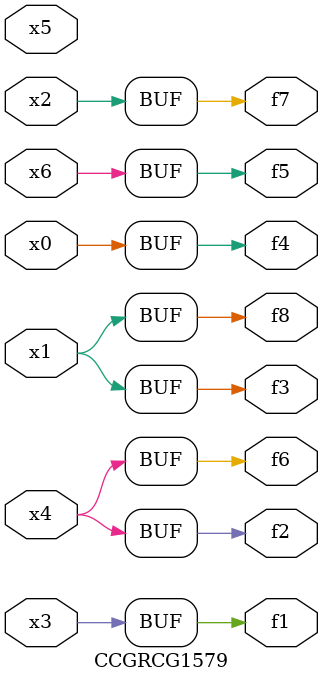
<source format=v>
module CCGRCG1579(
	input x0, x1, x2, x3, x4, x5, x6,
	output f1, f2, f3, f4, f5, f6, f7, f8
);
	assign f1 = x3;
	assign f2 = x4;
	assign f3 = x1;
	assign f4 = x0;
	assign f5 = x6;
	assign f6 = x4;
	assign f7 = x2;
	assign f8 = x1;
endmodule

</source>
